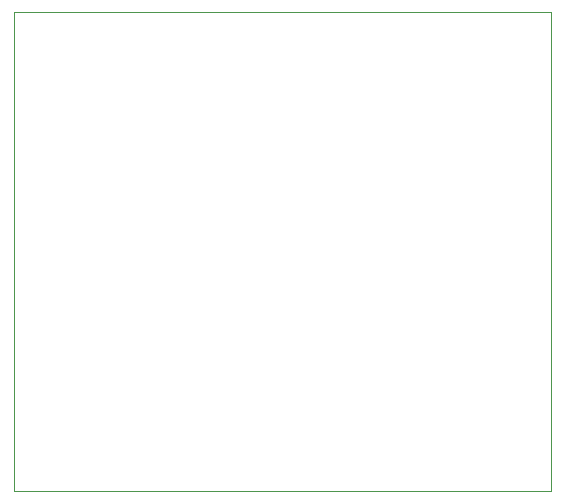
<source format=gbr>
%TF.GenerationSoftware,KiCad,Pcbnew,9.0.0*%
%TF.CreationDate,2025-02-27T16:49:56-05:00*%
%TF.ProjectId,week 6,7765656b-2036-42e6-9b69-6361645f7063,rev?*%
%TF.SameCoordinates,Original*%
%TF.FileFunction,Profile,NP*%
%FSLAX46Y46*%
G04 Gerber Fmt 4.6, Leading zero omitted, Abs format (unit mm)*
G04 Created by KiCad (PCBNEW 9.0.0) date 2025-02-27 16:49:56*
%MOMM*%
%LPD*%
G01*
G04 APERTURE LIST*
%TA.AperFunction,Profile*%
%ADD10C,0.050000*%
%TD*%
G04 APERTURE END LIST*
D10*
X55000000Y-45000000D02*
X100500000Y-45000000D01*
X100500000Y-85500000D01*
X55000000Y-85500000D01*
X55000000Y-45000000D01*
M02*

</source>
